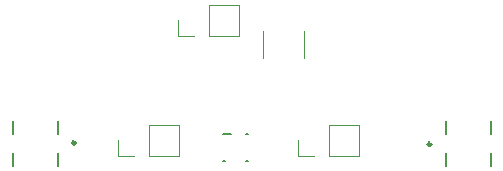
<source format=gbr>
%TF.GenerationSoftware,KiCad,Pcbnew,7.0.8*%
%TF.CreationDate,2024-03-06T16:27:51-05:00*%
%TF.ProjectId,Amplifier,416d706c-6966-4696-9572-2e6b69636164,rev?*%
%TF.SameCoordinates,Original*%
%TF.FileFunction,Legend,Top*%
%TF.FilePolarity,Positive*%
%FSLAX46Y46*%
G04 Gerber Fmt 4.6, Leading zero omitted, Abs format (unit mm)*
G04 Created by KiCad (PCBNEW 7.0.8) date 2024-03-06 16:27:51*
%MOMM*%
%LPD*%
G01*
G04 APERTURE LIST*
%ADD10C,0.120000*%
%ADD11C,0.127000*%
%ADD12C,0.300000*%
%ADD13C,0.152400*%
G04 APERTURE END LIST*
D10*
%TO.C,REF\u002A\u002A*%
X54550000Y-39430000D02*
X54550000Y-38100000D01*
X55880000Y-39430000D02*
X54550000Y-39430000D01*
X57150000Y-39430000D02*
X59750000Y-39430000D01*
X57150000Y-39430000D02*
X57150000Y-36770000D01*
X59750000Y-39430000D02*
X59750000Y-36770000D01*
X57150000Y-36770000D02*
X59750000Y-36770000D01*
X49470000Y-49590000D02*
X49470000Y-48260000D01*
X50800000Y-49590000D02*
X49470000Y-49590000D01*
X52070000Y-49590000D02*
X54670000Y-49590000D01*
X52070000Y-49590000D02*
X52070000Y-46930000D01*
X54670000Y-49590000D02*
X54670000Y-46930000D01*
X52070000Y-46930000D02*
X54670000Y-46930000D01*
X66040000Y-49590000D02*
X64710000Y-49590000D01*
X69910000Y-49590000D02*
X69910000Y-46930000D01*
X67310000Y-49590000D02*
X69910000Y-49590000D01*
X67310000Y-49590000D02*
X67310000Y-46930000D01*
X64710000Y-49590000D02*
X64710000Y-48260000D01*
X67310000Y-46930000D02*
X69910000Y-46930000D01*
X61790000Y-41275252D02*
X61790000Y-38952748D01*
X65210000Y-41275252D02*
X65210000Y-38952748D01*
D11*
X77220000Y-50411250D02*
X77220000Y-49311250D01*
X81020000Y-50411250D02*
X81020000Y-49311250D01*
X77220000Y-47711250D02*
X77220000Y-46611250D01*
X81020000Y-47711250D02*
X81020000Y-46611250D01*
D12*
X75952000Y-48584250D02*
G75*
G03*
X75952000Y-48584250I-100000J0D01*
G01*
X45833001Y-48465000D02*
G75*
G03*
X45833001Y-48465000I-100000J0D01*
G01*
D11*
X44365001Y-46638000D02*
X44365001Y-47738000D01*
X44365001Y-49338000D02*
X44365001Y-50438000D01*
X40565001Y-46638000D02*
X40565001Y-47738000D01*
X40565001Y-49338000D02*
X40565001Y-50438000D01*
D13*
X58361001Y-47726001D02*
X59011000Y-47726001D01*
X58361001Y-50026001D02*
X58535999Y-50026001D01*
X60336001Y-47726001D02*
X60510999Y-47726001D01*
X60336001Y-50026001D02*
X60510999Y-50026001D01*
%TD*%
M02*

</source>
